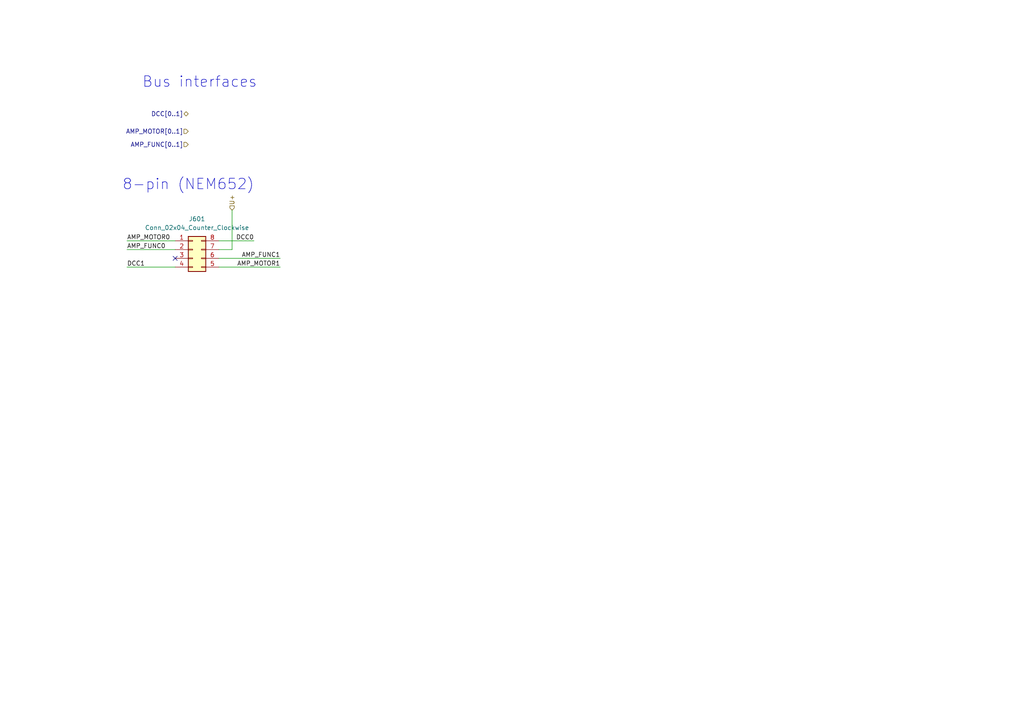
<source format=kicad_sch>
(kicad_sch (version 20231120) (generator "eeschema") (generator_version "8.0")
  (paper "A4")
  (title_block (title "xDuinoRail - LocDecoder - Development Kit") (date "2024-10-09") (rev "v0.2") (company "Chatelain Engineering, Bern - CH"))
  (lib_symbols
    (symbol "Connector_Generic:Conn_02x04_Counter_Clockwise" (pin_names (offset 1.016) hide)
      (property "Reference" "J" (at 1.27 5.08 0))
      (property "Value" "Conn_02x04_Counter_Clockwise" (at 1.27 -7.62 0))
      (symbol "Conn_02x04_Counter_Clockwise_1_1"
        (rectangle (start -1.27 -4.953) (end 0 -5.207) (stroke (width 0.1524)))
        (rectangle (start -1.27 -2.413) (end 0 -2.667) (stroke (width 0.1524)))
        (rectangle (start -1.27 0.127) (end 0 -0.127) (stroke (width 0.1524)))
        (rectangle (start -1.27 2.667) (end 0 2.413) (stroke (width 0.1524)))
        (rectangle (start -1.27 3.81) (end 3.81 -6.35) (stroke (width 0.254)) (fill (type background)))
        (rectangle (start 3.81 -4.953) (end 2.54 -5.207) (stroke (width 0.1524)))
        (rectangle (start 3.81 -2.413) (end 2.54 -2.667) (stroke (width 0.1524)))
        (rectangle (start 3.81 0.127) (end 2.54 -0.127) (stroke (width 0.1524)))
        (rectangle (start 3.81 2.667) (end 2.54 2.413) (stroke (width 0.1524)))
        (pin passive line (at -5.08 2.54 0) (length 3.81) (name "Pin_1") (number "1"))
        (pin passive line (at -5.08 0 0) (length 3.81) (name "Pin_2") (number "2"))
        (pin passive line (at -5.08 -2.54 0) (length 3.81) (name "Pin_3") (number "3"))
        (pin passive line (at -5.08 -5.08 0) (length 3.81) (name "Pin_4") (number "4"))
        (pin passive line (at 7.62 -5.08 180) (length 3.81) (name "Pin_5") (number "5"))
        (pin passive line (at 7.62 -2.54 180) (length 3.81) (name "Pin_6") (number "6"))
        (pin passive line (at 7.62 0 180) (length 3.81) (name "Pin_7") (number "7"))
        (pin passive line (at 7.62 2.54 180) (length 3.81) (name "Pin_8") (number "8"))
      )
    )
  )
  (no_connect (at 50.8 74.93))
  (wire (pts (xy 36.83 69.85) (xy 50.8 69.85)))
  (wire (pts (xy 67.31 72.39) (xy 67.31 60.96)))
  (wire (pts (xy 63.5 74.93) (xy 81.28 74.93)))
  (wire (pts (xy 63.5 69.85) (xy 73.66 69.85)))
  (wire (pts (xy 63.5 77.47) (xy 81.28 77.47)))
  (wire (pts (xy 36.83 77.47) (xy 50.8 77.47)))
  (wire (pts (xy 63.5 72.39) (xy 67.31 72.39)))
  (wire (pts (xy 36.83 72.39) (xy 50.8 72.39)))
  (text "8-pin (NEM652)" (at 54.61 53.594 0) (effects (font (size 3.048 3.048))))
  (text "Bus interfaces" (at 57.912 23.876 0) (effects (font (size 3.048 3.048))))
  (label "DCC0" (at 73.66 69.85 180))
  (label "AMP_FUNC0" (at 36.83 72.39 0))
  (label "AMP_MOTOR0" (at 36.83 69.85 0))
  (label "DCC1" (at 36.83 77.47 0))
  (label "AMP_FUNC1" (at 81.28 74.93 180))
  (label "AMP_MOTOR1" (at 81.28 77.47 180))
  (hierarchical_label "AMP_FUNC[0..1]" (shape input) (at 54.61 41.91 180))
  (hierarchical_label "U+" (shape input) (at 67.31 60.96 90))
  (hierarchical_label "AMP_MOTOR[0..1]" (shape input) (at 54.61 38.1 180))
  (hierarchical_label "DCC[0..1]" (shape bidirectional) (at 54.61 33.02 180))
  (symbol (lib_id "Connector_Generic:Conn_02x04_Counter_Clockwise") (at 55.88 72.39 0) (unit 1)
    (property "Reference" "J601" (at 57.15 63.5 0))
    (property "Value" "Conn_02x04_Counter_Clockwise" (at 57.15 66.04 0))
    (property "Description" "Generic connector, double row, 02x04, counter clockwise pin numbering scheme (similar to DIP package numbering), script generated (kicad-library-utils/schlib/autogen/connector/)" (effects (hide yes)))
  )
)
</source>
